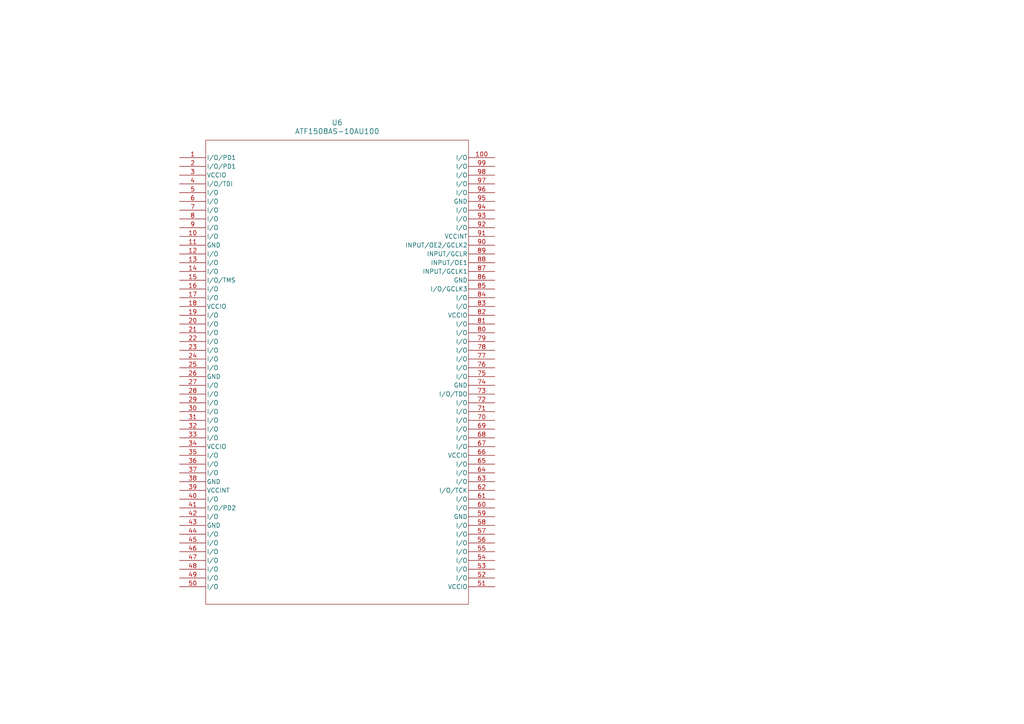
<source format=kicad_sch>
(kicad_sch (version 20250114) (generator "eeschema") (generator_version "9.0")
  (paper "A4")
  (lib_symbols
    (symbol "ATF1508AS:ATF1508AS-10AU100" (pin_names (offset 0.254))
      (property "Reference" "U" (at 45.72 10.16 0))
      (property "Value" "ATF1508AS-10AU100" (at 45.72 7.62 0))
      (symbol "ATF1508AS-10AU100_0_1"
        (polyline (pts (xy 7.62 5.08) (xy 7.62 -129.54)) (stroke (width 0.127)))
        (polyline (pts (xy 7.62 -129.54) (xy 83.82 -129.54)) (stroke (width 0.127)))
        (polyline (pts (xy 83.82 5.08) (xy 7.62 5.08)) (stroke (width 0.127)))
        (polyline (pts (xy 83.82 -129.54) (xy 83.82 5.08)) (stroke (width 0.127)))
        (pin bidirectional line (at 0 0 0) (length 7.62) (name "I/O/PD1") (number "1"))
        (pin bidirectional line (at 0 -2.54 0) (length 7.62) (name "I/O/PD1") (number "2"))
        (pin power_in line (at 0 -5.08 0) (length 7.62) (name "VCCIO") (number "3"))
        (pin bidirectional line (at 0 -7.62 0) (length 7.62) (name "I/O/TDI") (number "4"))
        (pin bidirectional line (at 0 -10.16 0) (length 7.62) (name "I/O") (number "5"))
        (pin bidirectional line (at 0 -12.7 0) (length 7.62) (name "I/O") (number "6"))
        (pin bidirectional line (at 0 -15.24 0) (length 7.62) (name "I/O") (number "7"))
        (pin bidirectional line (at 0 -17.78 0) (length 7.62) (name "I/O") (number "8"))
        (pin bidirectional line (at 0 -20.32 0) (length 7.62) (name "I/O") (number "9"))
        (pin bidirectional line (at 0 -22.86 0) (length 7.62) (name "I/O") (number "10"))
        (pin power_in line (at 0 -25.4 0) (length 7.62) (name "GND") (number "11"))
        (pin bidirectional line (at 0 -27.94 0) (length 7.62) (name "I/O") (number "12"))
        (pin bidirectional line (at 0 -30.48 0) (length 7.62) (name "I/O") (number "13"))
        (pin bidirectional line (at 0 -33.02 0) (length 7.62) (name "I/O") (number "14"))
        (pin bidirectional line (at 0 -35.56 0) (length 7.62) (name "I/O/TMS") (number "15"))
        (pin bidirectional line (at 0 -38.1 0) (length 7.62) (name "I/O") (number "16"))
        (pin bidirectional line (at 0 -40.64 0) (length 7.62) (name "I/O") (number "17"))
        (pin power_in line (at 0 -43.18 0) (length 7.62) (name "VCCIO") (number "18"))
        (pin bidirectional line (at 0 -45.72 0) (length 7.62) (name "I/O") (number "19"))
        (pin bidirectional line (at 0 -48.26 0) (length 7.62) (name "I/O") (number "20"))
        (pin bidirectional line (at 0 -50.8 0) (length 7.62) (name "I/O") (number "21"))
        (pin bidirectional line (at 0 -53.34 0) (length 7.62) (name "I/O") (number "22"))
        (pin bidirectional line (at 0 -55.88 0) (length 7.62) (name "I/O") (number "23"))
        (pin bidirectional line (at 0 -58.42 0) (length 7.62) (name "I/O") (number "24"))
        (pin bidirectional line (at 0 -60.96 0) (length 7.62) (name "I/O") (number "25"))
        (pin power_in line (at 0 -63.5 0) (length 7.62) (name "GND") (number "26"))
        (pin bidirectional line (at 0 -66.04 0) (length 7.62) (name "I/O") (number "27"))
        (pin bidirectional line (at 0 -68.58 0) (length 7.62) (name "I/O") (number "28"))
        (pin bidirectional line (at 0 -71.12 0) (length 7.62) (name "I/O") (number "29"))
        (pin bidirectional line (at 0 -73.66 0) (length 7.62) (name "I/O") (number "30"))
        (pin bidirectional line (at 0 -76.2 0) (length 7.62) (name "I/O") (number "31"))
        (pin bidirectional line (at 0 -78.74 0) (length 7.62) (name "I/O") (number "32"))
        (pin bidirectional line (at 0 -81.28 0) (length 7.62) (name "I/O") (number "33"))
        (pin power_in line (at 0 -83.82 0) (length 7.62) (name "VCCIO") (number "34"))
        (pin bidirectional line (at 0 -86.36 0) (length 7.62) (name "I/O") (number "35"))
        (pin bidirectional line (at 0 -88.9 0) (length 7.62) (name "I/O") (number "36"))
        (pin bidirectional line (at 0 -91.44 0) (length 7.62) (name "I/O") (number "37"))
        (pin power_in line (at 0 -93.98 0) (length 7.62) (name "GND") (number "38"))
        (pin power_in line (at 0 -96.52 0) (length 7.62) (name "VCCINT") (number "39"))
        (pin bidirectional line (at 0 -99.06 0) (length 7.62) (name "I/O") (number "40"))
        (pin bidirectional line (at 0 -101.6 0) (length 7.62) (name "I/O/PD2") (number "41"))
        (pin bidirectional line (at 0 -104.14 0) (length 7.62) (name "I/O") (number "42"))
        (pin power_in line (at 0 -106.68 0) (length 7.62) (name "GND") (number "43"))
        (pin bidirectional line (at 0 -109.22 0) (length 7.62) (name "I/O") (number "44"))
        (pin bidirectional line (at 0 -111.76 0) (length 7.62) (name "I/O") (number "45"))
        (pin bidirectional line (at 0 -114.3 0) (length 7.62) (name "I/O") (number "46"))
        (pin bidirectional line (at 0 -116.84 0) (length 7.62) (name "I/O") (number "47"))
        (pin bidirectional line (at 0 -119.38 0) (length 7.62) (name "I/O") (number "48"))
        (pin bidirectional line (at 0 -121.92 0) (length 7.62) (name "I/O") (number "49"))
        (pin bidirectional line (at 0 -124.46 0) (length 7.62) (name "I/O") (number "50"))
        (pin bidirectional line (at 91.44 0 180) (length 7.62) (name "I/O") (number "100"))
        (pin bidirectional line (at 91.44 -2.54 180) (length 7.62) (name "I/O") (number "99"))
        (pin bidirectional line (at 91.44 -5.08 180) (length 7.62) (name "I/O") (number "98"))
        (pin bidirectional line (at 91.44 -7.62 180) (length 7.62) (name "I/O") (number "97"))
        (pin bidirectional line (at 91.44 -10.16 180) (length 7.62) (name "I/O") (number "96"))
        (pin power_in line (at 91.44 -12.7 180) (length 7.62) (name "GND") (number "95"))
        (pin bidirectional line (at 91.44 -15.24 180) (length 7.62) (name "I/O") (number "94"))
        (pin bidirectional line (at 91.44 -17.78 180) (length 7.62) (name "I/O") (number "93"))
        (pin bidirectional line (at 91.44 -20.32 180) (length 7.62) (name "I/O") (number "92"))
        (pin power_in line (at 91.44 -22.86 180) (length 7.62) (name "VCCINT") (number "91"))
        (pin bidirectional line (at 91.44 -25.4 180) (length 7.62) (name "INPUT/OE2/GCLK2") (number "90"))
        (pin bidirectional line (at 91.44 -27.94 180) (length 7.62) (name "INPUT/GCLR") (number "89"))
        (pin bidirectional line (at 91.44 -30.48 180) (length 7.62) (name "INPUT/OE1") (number "88"))
        (pin bidirectional line (at 91.44 -33.02 180) (length 7.62) (name "INPUT/GCLK1") (number "87"))
        (pin power_in line (at 91.44 -35.56 180) (length 7.62) (name "GND") (number "86"))
        (pin bidirectional line (at 91.44 -38.1 180) (length 7.62) (name "I/O/GCLK3") (number "85"))
        (pin bidirectional line (at 91.44 -40.64 180) (length 7.62) (name "I/O") (number "84"))
        (pin bidirectional line (at 91.44 -43.18 180) (length 7.62) (name "I/O") (number "83"))
        (pin power_in line (at 91.44 -45.72 180) (length 7.62) (name "VCCIO") (number "82"))
        (pin bidirectional line (at 91.44 -48.26 180) (length 7.62) (name "I/O") (number "81"))
        (pin bidirectional line (at 91.44 -50.8 180) (length 7.62) (name "I/O") (number "80"))
        (pin bidirectional line (at 91.44 -53.34 180) (length 7.62) (name "I/O") (number "79"))
        (pin bidirectional line (at 91.44 -55.88 180) (length 7.62) (name "I/O") (number "78"))
        (pin bidirectional line (at 91.44 -58.42 180) (length 7.62) (name "I/O") (number "77"))
        (pin bidirectional line (at 91.44 -60.96 180) (length 7.62) (name "I/O") (number "76"))
        (pin bidirectional line (at 91.44 -63.5 180) (length 7.62) (name "I/O") (number "75"))
        (pin power_in line (at 91.44 -66.04 180) (length 7.62) (name "GND") (number "74"))
        (pin bidirectional line (at 91.44 -68.58 180) (length 7.62) (name "I/O/TDO") (number "73"))
        (pin bidirectional line (at 91.44 -71.12 180) (length 7.62) (name "I/O") (number "72"))
        (pin bidirectional line (at 91.44 -73.66 180) (length 7.62) (name "I/O") (number "71"))
        (pin bidirectional line (at 91.44 -76.2 180) (length 7.62) (name "I/O") (number "70"))
        (pin bidirectional line (at 91.44 -78.74 180) (length 7.62) (name "I/O") (number "69"))
        (pin bidirectional line (at 91.44 -81.28 180) (length 7.62) (name "I/O") (number "68"))
        (pin bidirectional line (at 91.44 -83.82 180) (length 7.62) (name "I/O") (number "67"))
        (pin power_in line (at 91.44 -86.36 180) (length 7.62) (name "VCCIO") (number "66"))
        (pin bidirectional line (at 91.44 -88.9 180) (length 7.62) (name "I/O") (number "65"))
        (pin bidirectional line (at 91.44 -91.44 180) (length 7.62) (name "I/O") (number "64"))
        (pin bidirectional line (at 91.44 -93.98 180) (length 7.62) (name "I/O") (number "63"))
        (pin bidirectional line (at 91.44 -96.52 180) (length 7.62) (name "I/O/TCK") (number "62"))
        (pin bidirectional line (at 91.44 -99.06 180) (length 7.62) (name "I/O") (number "61"))
        (pin bidirectional line (at 91.44 -101.6 180) (length 7.62) (name "I/O") (number "60"))
        (pin power_in line (at 91.44 -104.14 180) (length 7.62) (name "GND") (number "59"))
        (pin bidirectional line (at 91.44 -106.68 180) (length 7.62) (name "I/O") (number "58"))
        (pin bidirectional line (at 91.44 -109.22 180) (length 7.62) (name "I/O") (number "57"))
        (pin bidirectional line (at 91.44 -111.76 180) (length 7.62) (name "I/O") (number "56"))
        (pin bidirectional line (at 91.44 -114.3 180) (length 7.62) (name "I/O") (number "55"))
        (pin bidirectional line (at 91.44 -116.84 180) (length 7.62) (name "I/O") (number "54"))
        (pin bidirectional line (at 91.44 -119.38 180) (length 7.62) (name "I/O") (number "53"))
        (pin bidirectional line (at 91.44 -121.92 180) (length 7.62) (name "I/O") (number "52"))
        (pin power_in line (at 91.44 -124.46 180) (length 7.62) (name "VCCIO") (number "51"))
      )
    )
  )
  (symbol (lib_id "ATF1508AS:ATF1508AS-10AU100") (at 52.07 45.72 0) (unit 1)
    (property "Reference" "U6" (at 97.79 35.56 0) (effects (font (size 1.524 1.524))))
    (property "Value" "ATF1508AS-10AU100" (at 97.79 38.1 0) (effects (font (size 1.524 1.524))))
    (property "Footprint" "100A_ATM" (effects (hide yes)))
    (property "Datasheet" "ATF1508AS-10AU100" (effects (hide yes)))
  )
)
</source>
